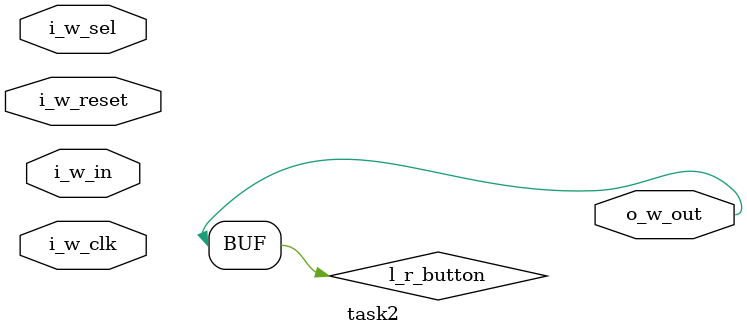
<source format=v>
`timescale 1ns / 1ps
module task2(
    output wire o_w_out,
    input wire i_w_in,
    input wire i_w_clk,
    input wire i_w_reset,
    input wire[4:0] i_w_sel
);
    reg[31:0] l_r_counter;
    reg l_r_button;
    always @(posedge i_w_clk) begin
        if(i_w_reset) begin
        	// TODO implement reset logic
        end else begin
        	// TODO implement debouncing logic
        end
    end
    assign o_w_out = l_r_button;
endmodule

</source>
